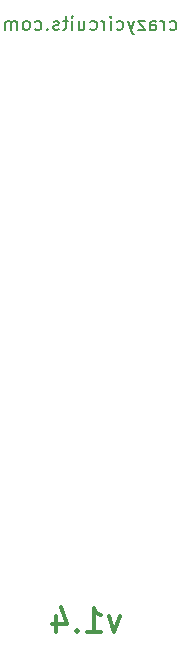
<source format=gbo>
%TF.GenerationSoftware,KiCad,Pcbnew,4.0.7-e2-6376~58~ubuntu16.04.1*%
%TF.CreationDate,2018-04-06T12:35:26-07:00*%
%TF.ProjectId,5x10-Teensy-LC-Breakout,357831302D5465656E73792D4C432D42,v1.4*%
%TF.FileFunction,Legend,Bot*%
%FSLAX46Y46*%
G04 Gerber Fmt 4.6, Leading zero omitted, Abs format (unit mm)*
G04 Created by KiCad (PCBNEW 4.0.7-e2-6376~58~ubuntu16.04.1) date Fri Apr  6 12:35:26 2018*
%MOMM*%
%LPD*%
G01*
G04 APERTURE LIST*
%ADD10C,0.350000*%
%ADD11C,0.300000*%
%ADD12C,0.177800*%
%ADD13C,1.879600*%
%ADD14C,6.152400*%
G04 APERTURE END LIST*
D10*
D11*
X42481143Y-123015429D02*
X42004952Y-124348762D01*
X41528762Y-123015429D01*
X39719237Y-124348762D02*
X40862095Y-124348762D01*
X40290666Y-124348762D02*
X40290666Y-122348762D01*
X40481142Y-122634476D01*
X40671618Y-122824952D01*
X40862095Y-122920190D01*
X38862095Y-124158286D02*
X38766856Y-124253524D01*
X38862095Y-124348762D01*
X38957333Y-124253524D01*
X38862095Y-124158286D01*
X38862095Y-124348762D01*
X37052571Y-123015429D02*
X37052571Y-124348762D01*
X37528761Y-122253524D02*
X38004952Y-123682095D01*
X36766856Y-123682095D01*
D12*
X46726928Y-73335243D02*
X46835785Y-73389671D01*
X47053499Y-73389671D01*
X47162357Y-73335243D01*
X47216785Y-73280814D01*
X47271214Y-73171957D01*
X47271214Y-72845386D01*
X47216785Y-72736529D01*
X47162357Y-72682100D01*
X47053499Y-72627671D01*
X46835785Y-72627671D01*
X46726928Y-72682100D01*
X46237071Y-73389671D02*
X46237071Y-72627671D01*
X46237071Y-72845386D02*
X46182643Y-72736529D01*
X46128214Y-72682100D01*
X46019357Y-72627671D01*
X45910500Y-72627671D01*
X45039643Y-73389671D02*
X45039643Y-72790957D01*
X45094072Y-72682100D01*
X45202929Y-72627671D01*
X45420643Y-72627671D01*
X45529500Y-72682100D01*
X45039643Y-73335243D02*
X45148500Y-73389671D01*
X45420643Y-73389671D01*
X45529500Y-73335243D01*
X45583929Y-73226386D01*
X45583929Y-73117529D01*
X45529500Y-73008671D01*
X45420643Y-72954243D01*
X45148500Y-72954243D01*
X45039643Y-72899814D01*
X44604214Y-72627671D02*
X44005500Y-72627671D01*
X44604214Y-73389671D01*
X44005500Y-73389671D01*
X43678928Y-72627671D02*
X43406785Y-73389671D01*
X43134643Y-72627671D02*
X43406785Y-73389671D01*
X43515643Y-73661814D01*
X43570071Y-73716243D01*
X43678928Y-73770671D01*
X42209357Y-73335243D02*
X42318214Y-73389671D01*
X42535928Y-73389671D01*
X42644786Y-73335243D01*
X42699214Y-73280814D01*
X42753643Y-73171957D01*
X42753643Y-72845386D01*
X42699214Y-72736529D01*
X42644786Y-72682100D01*
X42535928Y-72627671D01*
X42318214Y-72627671D01*
X42209357Y-72682100D01*
X41719500Y-73389671D02*
X41719500Y-72627671D01*
X41719500Y-72246671D02*
X41773929Y-72301100D01*
X41719500Y-72355529D01*
X41665072Y-72301100D01*
X41719500Y-72246671D01*
X41719500Y-72355529D01*
X41175214Y-73389671D02*
X41175214Y-72627671D01*
X41175214Y-72845386D02*
X41120786Y-72736529D01*
X41066357Y-72682100D01*
X40957500Y-72627671D01*
X40848643Y-72627671D01*
X39977786Y-73335243D02*
X40086643Y-73389671D01*
X40304357Y-73389671D01*
X40413215Y-73335243D01*
X40467643Y-73280814D01*
X40522072Y-73171957D01*
X40522072Y-72845386D01*
X40467643Y-72736529D01*
X40413215Y-72682100D01*
X40304357Y-72627671D01*
X40086643Y-72627671D01*
X39977786Y-72682100D01*
X38998072Y-72627671D02*
X38998072Y-73389671D01*
X39487929Y-72627671D02*
X39487929Y-73226386D01*
X39433501Y-73335243D01*
X39324643Y-73389671D01*
X39161358Y-73389671D01*
X39052501Y-73335243D01*
X38998072Y-73280814D01*
X38453786Y-73389671D02*
X38453786Y-72627671D01*
X38453786Y-72246671D02*
X38508215Y-72301100D01*
X38453786Y-72355529D01*
X38399358Y-72301100D01*
X38453786Y-72246671D01*
X38453786Y-72355529D01*
X38072786Y-72627671D02*
X37637357Y-72627671D01*
X37909500Y-72246671D02*
X37909500Y-73226386D01*
X37855072Y-73335243D01*
X37746214Y-73389671D01*
X37637357Y-73389671D01*
X37310786Y-73335243D02*
X37201929Y-73389671D01*
X36984214Y-73389671D01*
X36875357Y-73335243D01*
X36820929Y-73226386D01*
X36820929Y-73171957D01*
X36875357Y-73063100D01*
X36984214Y-73008671D01*
X37147500Y-73008671D01*
X37256357Y-72954243D01*
X37310786Y-72845386D01*
X37310786Y-72790957D01*
X37256357Y-72682100D01*
X37147500Y-72627671D01*
X36984214Y-72627671D01*
X36875357Y-72682100D01*
X36331071Y-73280814D02*
X36276643Y-73335243D01*
X36331071Y-73389671D01*
X36385500Y-73335243D01*
X36331071Y-73280814D01*
X36331071Y-73389671D01*
X35296928Y-73335243D02*
X35405785Y-73389671D01*
X35623499Y-73389671D01*
X35732357Y-73335243D01*
X35786785Y-73280814D01*
X35841214Y-73171957D01*
X35841214Y-72845386D01*
X35786785Y-72736529D01*
X35732357Y-72682100D01*
X35623499Y-72627671D01*
X35405785Y-72627671D01*
X35296928Y-72682100D01*
X34643785Y-73389671D02*
X34752643Y-73335243D01*
X34807071Y-73280814D01*
X34861500Y-73171957D01*
X34861500Y-72845386D01*
X34807071Y-72736529D01*
X34752643Y-72682100D01*
X34643785Y-72627671D01*
X34480500Y-72627671D01*
X34371643Y-72682100D01*
X34317214Y-72736529D01*
X34262785Y-72845386D01*
X34262785Y-73171957D01*
X34317214Y-73280814D01*
X34371643Y-73335243D01*
X34480500Y-73389671D01*
X34643785Y-73389671D01*
X33772928Y-73389671D02*
X33772928Y-72627671D01*
X33772928Y-72736529D02*
X33718500Y-72682100D01*
X33609642Y-72627671D01*
X33446357Y-72627671D01*
X33337500Y-72682100D01*
X33283071Y-72790957D01*
X33283071Y-73389671D01*
X33283071Y-72790957D02*
X33228642Y-72682100D01*
X33119785Y-72627671D01*
X32956500Y-72627671D01*
X32847642Y-72682100D01*
X32793214Y-72790957D01*
X32793214Y-73389671D01*
%LPC*%
D13*
X47260960Y-115449860D03*
X47260960Y-112909860D03*
X47260960Y-110369860D03*
X47260960Y-107829860D03*
X47260960Y-105289860D03*
X47260960Y-102749860D03*
X47260960Y-100209860D03*
X47260960Y-97669860D03*
X47260960Y-95129860D03*
X47260960Y-92589860D03*
X47260960Y-90049860D03*
X47260960Y-87509860D03*
X47260960Y-84969860D03*
X47260960Y-82429860D03*
X32020960Y-82429860D03*
X32020960Y-90049860D03*
X32020960Y-110369860D03*
X32020960Y-95129860D03*
X32020960Y-92589860D03*
X32020960Y-112909860D03*
X32020960Y-105289860D03*
X32020960Y-115449860D03*
X32020960Y-102749860D03*
X32020960Y-100209860D03*
X32020960Y-97669860D03*
X32020960Y-107829860D03*
X32020960Y-84969860D03*
X32020960Y-87509860D03*
D14*
X23813960Y-94579360D03*
X23814960Y-102579360D03*
X23814960Y-118579360D03*
X23814960Y-86579360D03*
X23814960Y-126579360D03*
X23814960Y-110579360D03*
X23813960Y-78579360D03*
X23813960Y-70579360D03*
X23814960Y-134579360D03*
X31813960Y-134579360D03*
X39813960Y-134579360D03*
X47813960Y-134579360D03*
X39813960Y-62579360D03*
X47813960Y-62579360D03*
X23814960Y-62579360D03*
X31813960Y-62579360D03*
X55813960Y-62579360D03*
X55813960Y-70579360D03*
X55813960Y-78579360D03*
X55813960Y-86579360D03*
X55813960Y-94579360D03*
X55813960Y-102579360D03*
X55813960Y-110579360D03*
X55813960Y-118579360D03*
X55813960Y-126579360D03*
X55813960Y-134579360D03*
M02*

</source>
